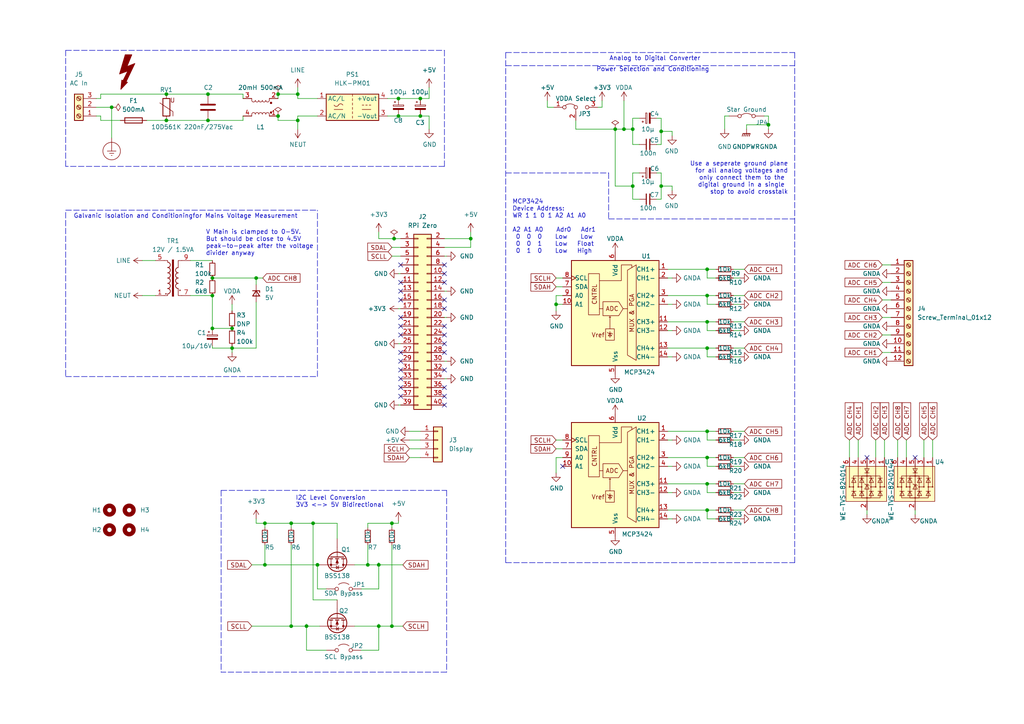
<source format=kicad_sch>
(kicad_sch (version 20211123) (generator eeschema)
  (paper "A4")
  (junction (at 61.595 95.25))
  (junction (at 205.105 147.955))
  (junction (at 84.455 151.765))
  (junction (at 67.31 95.25))
  (junction (at 191.77 38.1))
  (junction (at 76.835 151.765))
  (junction (at 109.855 181.61))
  (junction (at 48.26 34.925))
  (junction (at 61.595 85.725))
  (junction (at 60.325 27.305))
  (junction (at 74.295 80.645))
  (junction (at 205.105 100.965))
  (junction (at 80.645 33.655))
  (junction (at 86.36 34.925))
  (junction (at 205.105 132.715))
  (junction (at 183.515 37.465))
  (junction (at 121.92 33.655))
  (junction (at 67.31 100.965))
  (junction (at 80.645 27.305))
  (junction (at 178.435 37.465))
  (junction (at 109.855 163.83))
  (junction (at 113.665 151.765))
  (junction (at 32.385 31.115))
  (junction (at 48.26 27.305))
  (junction (at 114.3 69.215))
  (junction (at 86.36 27.305))
  (junction (at 61.595 80.645))
  (junction (at 90.805 151.765))
  (junction (at 205.105 93.345))
  (junction (at 191.77 53.975))
  (junction (at 88.9 181.61))
  (junction (at 106.68 163.83))
  (junction (at 205.105 78.105))
  (junction (at 60.325 34.925))
  (junction (at 180.975 37.465))
  (junction (at 92.075 163.83))
  (junction (at 183.515 53.975))
  (junction (at 84.455 181.61))
  (junction (at 113.665 181.61))
  (junction (at 115.57 33.655))
  (junction (at 205.105 125.095))
  (junction (at 222.885 36.195))
  (junction (at 161.29 88.265))
  (junction (at 205.105 140.335))
  (junction (at 205.105 85.725))
  (junction (at 121.92 28.575))
  (junction (at 136.525 69.215))
  (junction (at 115.57 28.575))
  (junction (at 76.835 163.83))
  (no_connect (at 116.205 86.995))
  (no_connect (at 116.205 109.855))
  (no_connect (at 116.205 112.395))
  (no_connect (at 116.205 114.935))
  (no_connect (at 128.905 112.395))
  (no_connect (at 128.905 114.935))
  (no_connect (at 128.905 117.475))
  (no_connect (at 116.205 92.075))
  (no_connect (at 116.205 81.915))
  (no_connect (at 128.905 79.375))
  (no_connect (at 128.905 81.915))
  (no_connect (at 128.905 76.835))
  (no_connect (at 128.905 89.535))
  (no_connect (at 128.905 86.995))
  (no_connect (at 128.905 97.155))
  (no_connect (at 128.905 94.615))
  (no_connect (at 116.205 102.235))
  (no_connect (at 116.205 104.775))
  (no_connect (at 116.205 76.835))
  (no_connect (at 116.205 107.315))
  (no_connect (at 128.905 107.315))
  (no_connect (at 128.905 102.235))
  (no_connect (at 128.905 99.695))
  (no_connect (at 116.205 94.615))
  (no_connect (at 163.195 135.255))
  (no_connect (at 265.43 132.715))
  (no_connect (at 251.46 132.715))
  (no_connect (at 116.205 97.155))
  (no_connect (at 116.205 84.455))
  (wire (pts (xy 212.725 93.345) (xy 215.9 93.345)))
  (wire (pts (xy 205.105 150.495) (xy 205.105 147.955)))
  (wire (pts (xy 121.92 33.655) (xy 124.46 33.655)))
  (wire (pts (xy 194.945 53.975) (xy 191.77 53.975)))
  (wire (pts (xy 211.455 33.655) (xy 210.185 33.655)))
  (wire (pts (xy 128.905 109.855) (xy 129.54 109.855)))
  (wire (pts (xy 216.535 36.195) (xy 222.885 36.195)))
  (polyline (pts (xy 230.505 163.195) (xy 230.505 15.24)))
  (wire (pts (xy 193.675 125.095) (xy 205.105 125.095)))
  (wire (pts (xy 94.615 188.595) (xy 88.9 188.595)))
  (wire (pts (xy 67.31 100.33) (xy 67.31 100.965)))
  (wire (pts (xy 115.57 151.765) (xy 113.665 151.765)))
  (polyline (pts (xy 49.53 48.26) (xy 128.905 48.26)))
  (wire (pts (xy 194.945 38.1) (xy 194.945 39.37)))
  (wire (pts (xy 193.675 147.955) (xy 205.105 147.955)))
  (wire (pts (xy 161.29 90.17) (xy 161.29 88.265)))
  (wire (pts (xy 193.675 103.505) (xy 194.945 103.505)))
  (wire (pts (xy 84.455 151.765) (xy 84.455 153.035)))
  (wire (pts (xy 106.68 158.115) (xy 106.68 163.83)))
  (wire (pts (xy 161.29 127.635) (xy 163.195 127.635)))
  (wire (pts (xy 210.185 33.655) (xy 210.185 37.465)))
  (wire (pts (xy 118.745 125.095) (xy 121.92 125.095)))
  (polyline (pts (xy 19.05 61.595) (xy 19.05 109.22)))
  (wire (pts (xy 191.77 34.29) (xy 190.5 34.29)))
  (wire (pts (xy 29.21 28.575) (xy 27.94 28.575)))
  (wire (pts (xy 74.295 80.645) (xy 74.295 82.55)))
  (wire (pts (xy 193.675 95.885) (xy 194.945 95.885)))
  (wire (pts (xy 88.9 181.61) (xy 88.9 180.975)))
  (wire (pts (xy 207.645 135.255) (xy 205.105 135.255)))
  (wire (pts (xy 27.94 31.115) (xy 32.385 31.115)))
  (wire (pts (xy 73.025 181.61) (xy 84.455 181.61)))
  (wire (pts (xy 212.725 100.965) (xy 215.9 100.965)))
  (wire (pts (xy 74.295 151.765) (xy 76.835 151.765)))
  (wire (pts (xy 118.745 132.715) (xy 121.92 132.715)))
  (wire (pts (xy 183.515 34.29) (xy 183.515 37.465)))
  (wire (pts (xy 86.36 25.4) (xy 86.36 27.305)))
  (wire (pts (xy 113.665 151.765) (xy 106.68 151.765)))
  (wire (pts (xy 80.645 33.655) (xy 80.645 34.925)))
  (wire (pts (xy 255.905 86.995) (xy 258.445 86.995)))
  (wire (pts (xy 113.665 181.61) (xy 116.84 181.61)))
  (wire (pts (xy 136.525 71.755) (xy 136.525 69.215)))
  (wire (pts (xy 55.245 75.565) (xy 61.595 75.565)))
  (polyline (pts (xy 176.53 63.5) (xy 230.505 63.5)))
  (wire (pts (xy 190.5 57.785) (xy 191.77 57.785)))
  (wire (pts (xy 67.31 88.265) (xy 67.31 90.17)))
  (wire (pts (xy 116.205 69.215) (xy 114.3 69.215)))
  (wire (pts (xy 265.43 147.955) (xy 265.43 149.225)))
  (wire (pts (xy 207.645 142.875) (xy 205.105 142.875)))
  (wire (pts (xy 92.075 170.815) (xy 92.075 163.83)))
  (wire (pts (xy 212.725 140.335) (xy 215.9 140.335)))
  (wire (pts (xy 109.855 188.595) (xy 109.855 181.61)))
  (wire (pts (xy 193.675 127.635) (xy 194.945 127.635)))
  (wire (pts (xy 113.665 151.765) (xy 113.665 153.035)))
  (wire (pts (xy 86.36 28.575) (xy 86.36 27.305)))
  (wire (pts (xy 183.515 41.91) (xy 185.42 41.91)))
  (wire (pts (xy 205.105 142.875) (xy 205.105 140.335)))
  (wire (pts (xy 205.105 88.265) (xy 205.105 85.725)))
  (wire (pts (xy 70.485 27.305) (xy 70.485 28.575)))
  (wire (pts (xy 86.36 37.465) (xy 86.36 34.925)))
  (wire (pts (xy 191.77 50.165) (xy 191.77 53.975)))
  (wire (pts (xy 255.905 92.075) (xy 258.445 92.075)))
  (wire (pts (xy 118.745 127.635) (xy 121.92 127.635)))
  (wire (pts (xy 193.675 88.265) (xy 194.945 88.265)))
  (wire (pts (xy 90.805 151.765) (xy 90.805 173.99)))
  (wire (pts (xy 48.26 34.925) (xy 60.325 34.925)))
  (wire (pts (xy 194.945 53.975) (xy 194.945 55.245)))
  (wire (pts (xy 167.005 37.465) (xy 178.435 37.465)))
  (polyline (pts (xy 19.05 48.26) (xy 19.05 14.605)))
  (wire (pts (xy 205.105 95.885) (xy 205.105 93.345)))
  (polyline (pts (xy 49.53 48.26) (xy 19.05 48.26)))
  (wire (pts (xy 48.26 27.305) (xy 60.325 27.305)))
  (wire (pts (xy 42.545 34.925) (xy 48.26 34.925)))
  (wire (pts (xy 191.77 53.975) (xy 191.77 57.785)))
  (wire (pts (xy 109.855 170.815) (xy 109.855 163.83)))
  (wire (pts (xy 124.46 33.655) (xy 124.46 37.465)))
  (wire (pts (xy 70.485 33.655) (xy 70.485 34.925)))
  (wire (pts (xy 118.745 130.175) (xy 121.92 130.175)))
  (wire (pts (xy 205.105 103.505) (xy 205.105 100.965)))
  (wire (pts (xy 212.725 135.255) (xy 214.63 135.255)))
  (wire (pts (xy 178.435 53.975) (xy 183.515 53.975)))
  (wire (pts (xy 136.525 67.31) (xy 136.525 69.215)))
  (wire (pts (xy 207.645 127.635) (xy 205.105 127.635)))
  (wire (pts (xy 76.835 151.765) (xy 84.455 151.765)))
  (wire (pts (xy 115.57 33.655) (xy 121.92 33.655)))
  (wire (pts (xy 248.92 127.635) (xy 248.92 132.715)))
  (wire (pts (xy 254 127.635) (xy 254 132.715)))
  (polyline (pts (xy 64.135 142.24) (xy 64.135 194.945)))
  (wire (pts (xy 205.105 85.725) (xy 207.645 85.725)))
  (wire (pts (xy 207.645 95.885) (xy 205.105 95.885)))
  (wire (pts (xy 246.38 127.635) (xy 246.38 132.715)))
  (wire (pts (xy 128.905 84.455) (xy 129.54 84.455)))
  (wire (pts (xy 212.725 85.725) (xy 215.9 85.725)))
  (wire (pts (xy 109.855 163.83) (xy 116.84 163.83)))
  (wire (pts (xy 104.775 188.595) (xy 109.855 188.595)))
  (wire (pts (xy 183.515 53.975) (xy 183.515 57.785)))
  (wire (pts (xy 216.535 37.465) (xy 216.535 36.195)))
  (wire (pts (xy 29.21 27.305) (xy 48.26 27.305)))
  (wire (pts (xy 205.105 132.715) (xy 193.675 132.715)))
  (wire (pts (xy 61.595 95.25) (xy 61.595 85.725)))
  (wire (pts (xy 193.675 100.965) (xy 205.105 100.965)))
  (wire (pts (xy 109.855 69.215) (xy 109.855 67.31)))
  (wire (pts (xy 92.075 28.575) (xy 86.36 28.575)))
  (wire (pts (xy 212.725 80.645) (xy 214.63 80.645)))
  (wire (pts (xy 116.205 79.375) (xy 115.57 79.375)))
  (wire (pts (xy 180.975 37.465) (xy 183.515 37.465)))
  (wire (pts (xy 97.79 151.765) (xy 97.79 156.21)))
  (wire (pts (xy 193.675 150.495) (xy 194.945 150.495)))
  (wire (pts (xy 221.615 33.655) (xy 222.885 33.655)))
  (wire (pts (xy 115.57 151.13) (xy 115.57 151.765)))
  (wire (pts (xy 76.835 158.115) (xy 76.835 163.83)))
  (wire (pts (xy 115.57 28.575) (xy 121.92 28.575)))
  (wire (pts (xy 88.9 181.61) (xy 92.71 181.61)))
  (wire (pts (xy 167.005 37.465) (xy 167.005 34.925)))
  (wire (pts (xy 76.835 151.765) (xy 76.835 153.035)))
  (wire (pts (xy 205.105 140.335) (xy 207.645 140.335)))
  (wire (pts (xy 193.675 78.105) (xy 205.105 78.105)))
  (wire (pts (xy 92.075 33.655) (xy 86.36 33.655)))
  (wire (pts (xy 86.36 33.655) (xy 86.36 34.925)))
  (wire (pts (xy 124.46 28.575) (xy 124.46 25.4)))
  (wire (pts (xy 255.905 81.915) (xy 258.445 81.915)))
  (polyline (pts (xy 146.685 15.24) (xy 146.685 163.195)))
  (wire (pts (xy 80.645 27.305) (xy 80.645 28.575)))
  (wire (pts (xy 60.325 34.925) (xy 70.485 34.925)))
  (wire (pts (xy 41.275 75.565) (xy 45.085 75.565)))
  (wire (pts (xy 207.645 103.505) (xy 205.105 103.505)))
  (wire (pts (xy 67.31 100.965) (xy 61.595 100.965)))
  (wire (pts (xy 74.295 150.495) (xy 74.295 151.765)))
  (polyline (pts (xy 19.05 14.605) (xy 128.905 14.605)))
  (wire (pts (xy 222.885 37.465) (xy 222.885 36.195)))
  (wire (pts (xy 205.105 125.095) (xy 207.645 125.095)))
  (wire (pts (xy 29.21 33.655) (xy 27.94 33.655)))
  (wire (pts (xy 212.725 150.495) (xy 214.63 150.495)))
  (wire (pts (xy 115.57 99.695) (xy 116.205 99.695)))
  (wire (pts (xy 163.195 132.715) (xy 161.29 132.715)))
  (wire (pts (xy 267.97 127.635) (xy 267.97 132.715)))
  (wire (pts (xy 207.645 88.265) (xy 205.105 88.265)))
  (wire (pts (xy 212.725 125.095) (xy 215.9 125.095)))
  (polyline (pts (xy 129.54 194.945) (xy 64.135 194.945)))
  (wire (pts (xy 60.325 27.305) (xy 70.485 27.305)))
  (wire (pts (xy 205.105 147.955) (xy 207.645 147.955)))
  (wire (pts (xy 190.5 41.91) (xy 191.77 41.91)))
  (wire (pts (xy 161.29 80.645) (xy 163.195 80.645)))
  (polyline (pts (xy 92.075 109.22) (xy 92.075 60.96)))
  (wire (pts (xy 205.105 132.715) (xy 207.645 132.715)))
  (wire (pts (xy 212.725 132.715) (xy 215.9 132.715)))
  (wire (pts (xy 207.645 150.495) (xy 205.105 150.495)))
  (polyline (pts (xy 129.54 142.24) (xy 129.54 194.945)))
  (wire (pts (xy 212.725 127.635) (xy 214.63 127.635)))
  (wire (pts (xy 128.905 104.775) (xy 129.54 104.775)))
  (wire (pts (xy 178.435 37.465) (xy 180.975 37.465)))
  (wire (pts (xy 158.75 31.115) (xy 158.75 29.21)))
  (wire (pts (xy 260.35 127.635) (xy 260.35 132.715)))
  (wire (pts (xy 80.645 34.925) (xy 86.36 34.925)))
  (wire (pts (xy 74.295 87.63) (xy 74.295 100.965)))
  (wire (pts (xy 207.645 80.645) (xy 205.105 80.645)))
  (wire (pts (xy 185.42 50.165) (xy 183.515 50.165)))
  (wire (pts (xy 212.725 95.885) (xy 214.63 95.885)))
  (wire (pts (xy 102.87 163.83) (xy 106.68 163.83)))
  (wire (pts (xy 193.675 142.875) (xy 194.945 142.875)))
  (wire (pts (xy 129.54 74.295) (xy 128.905 74.295)))
  (wire (pts (xy 34.925 34.925) (xy 29.21 34.925)))
  (wire (pts (xy 109.855 181.61) (xy 109.855 180.975)))
  (wire (pts (xy 255.905 97.155) (xy 258.445 97.155)))
  (wire (pts (xy 212.725 78.105) (xy 215.9 78.105)))
  (polyline (pts (xy 19.05 109.22) (xy 92.075 109.22)))
  (wire (pts (xy 205.105 93.345) (xy 207.645 93.345)))
  (wire (pts (xy 115.57 117.475) (xy 116.205 117.475)))
  (wire (pts (xy 212.725 88.265) (xy 214.63 88.265)))
  (wire (pts (xy 104.775 170.815) (xy 109.855 170.815)))
  (wire (pts (xy 161.29 130.175) (xy 163.195 130.175)))
  (polyline (pts (xy 146.685 50.165) (xy 176.53 50.165)))
  (wire (pts (xy 88.9 188.595) (xy 88.9 181.61)))
  (polyline (pts (xy 146.685 163.195) (xy 230.505 163.195)))
  (wire (pts (xy 205.105 85.725) (xy 193.675 85.725)))
  (wire (pts (xy 121.92 28.575) (xy 124.46 28.575)))
  (wire (pts (xy 256.54 127.635) (xy 256.54 132.715)))
  (wire (pts (xy 183.515 37.465) (xy 183.515 41.91)))
  (wire (pts (xy 55.245 85.725) (xy 61.595 85.725)))
  (wire (pts (xy 255.905 76.835) (xy 258.445 76.835)))
  (wire (pts (xy 185.42 34.29) (xy 183.515 34.29)))
  (wire (pts (xy 191.77 38.1) (xy 191.77 41.91)))
  (wire (pts (xy 84.455 151.765) (xy 90.805 151.765)))
  (wire (pts (xy 161.29 83.185) (xy 163.195 83.185)))
  (wire (pts (xy 178.435 53.975) (xy 178.435 37.465)))
  (wire (pts (xy 115.57 89.535) (xy 116.205 89.535)))
  (wire (pts (xy 161.29 132.715) (xy 161.29 137.16)))
  (wire (pts (xy 194.945 38.1) (xy 191.77 38.1)))
  (wire (pts (xy 205.105 127.635) (xy 205.105 125.095)))
  (wire (pts (xy 84.455 158.115) (xy 84.455 181.61)))
  (wire (pts (xy 84.455 181.61) (xy 88.9 181.61)))
  (wire (pts (xy 67.31 100.965) (xy 74.295 100.965)))
  (wire (pts (xy 73.025 163.83) (xy 76.835 163.83)))
  (wire (pts (xy 205.105 135.255) (xy 205.105 132.715)))
  (wire (pts (xy 114.3 69.215) (xy 109.855 69.215)))
  (wire (pts (xy 222.885 36.195) (xy 222.885 33.655)))
  (wire (pts (xy 193.675 93.345) (xy 205.105 93.345)))
  (wire (pts (xy 180.975 29.21) (xy 180.975 37.465)))
  (wire (pts (xy 113.665 158.115) (xy 113.665 181.61)))
  (wire (pts (xy 76.835 163.83) (xy 92.075 163.83)))
  (wire (pts (xy 67.31 95.25) (xy 61.595 95.25)))
  (wire (pts (xy 29.21 34.925) (xy 29.21 33.655)))
  (wire (pts (xy 158.75 31.115) (xy 160.655 31.115)))
  (wire (pts (xy 212.725 147.955) (xy 215.9 147.955)))
  (wire (pts (xy 161.29 88.265) (xy 161.29 85.725)))
  (wire (pts (xy 191.77 34.29) (xy 191.77 38.1)))
  (wire (pts (xy 112.395 28.575) (xy 115.57 28.575)))
  (wire (pts (xy 161.29 85.725) (xy 163.195 85.725)))
  (wire (pts (xy 262.89 127.635) (xy 262.89 132.715)))
  (wire (pts (xy 128.905 71.755) (xy 136.525 71.755)))
  (wire (pts (xy 102.87 181.61) (xy 109.855 181.61)))
  (wire (pts (xy 255.905 102.235) (xy 258.445 102.235)))
  (wire (pts (xy 92.075 170.815) (xy 94.615 170.815)))
  (wire (pts (xy 109.855 181.61) (xy 113.665 181.61)))
  (polyline (pts (xy 146.685 15.24) (xy 230.505 15.24)))
  (wire (pts (xy 90.805 151.765) (xy 97.79 151.765)))
  (wire (pts (xy 80.645 27.305) (xy 86.36 27.305)))
  (polyline (pts (xy 146.685 19.05) (xy 230.505 19.05)))
  (wire (pts (xy 183.515 57.785) (xy 185.42 57.785)))
  (polyline (pts (xy 128.905 14.605) (xy 128.905 48.26)))
  (wire (pts (xy 191.77 50.165) (xy 190.5 50.165)))
  (polyline (pts (xy 64.135 142.24) (xy 129.54 142.24)))
  (wire (pts (xy 109.855 163.195) (xy 109.855 163.83)))
  (wire (pts (xy 113.665 71.755) (xy 116.205 71.755)))
  (wire (pts (xy 183.515 50.165) (xy 183.515 53.975)))
  (wire (pts (xy 174.625 31.115) (xy 174.625 29.21)))
  (wire (pts (xy 128.905 69.215) (xy 136.525 69.215)))
  (wire (pts (xy 173.355 31.115) (xy 174.625 31.115)))
  (wire (pts (xy 128.905 92.075) (xy 129.54 92.075)))
  (polyline (pts (xy 19.05 60.96) (xy 92.075 60.96)))
  (polyline (pts (xy 176.53 50.165) (xy 176.53 63.5)))
  (wire (pts (xy 61.595 100.965) (xy 61.595 100.33)))
  (wire (pts (xy 74.295 80.645) (xy 76.2 80.645)))
  (wire (pts (xy 92.075 163.83) (xy 92.71 163.83)))
  (wire (pts (xy 61.595 80.645) (xy 74.295 80.645)))
  (wire (pts (xy 193.675 135.255) (xy 194.945 135.255)))
  (wire (pts (xy 106.68 151.765) (xy 106.68 153.035)))
  (wire (pts (xy 29.21 27.305) (xy 29.21 28.575)))
  (wire (pts (xy 97.79 173.99) (xy 90.805 173.99)))
  (wire (pts (xy 106.68 163.83) (xy 109.855 163.83)))
  (wire (pts (xy 205.105 78.105) (xy 207.645 78.105)))
  (wire (pts (xy 193.675 80.645) (xy 194.945 80.645)))
  (wire (pts (xy 193.675 140.335) (xy 205.105 140.335)))
  (wire (pts (xy 67.31 100.965) (xy 67.31 102.235)))
  (wire (pts (xy 112.395 33.655) (xy 115.57 33.655)))
  (wire (pts (xy 32.385 31.115) (xy 32.385 40.005)))
  (wire (pts (xy 205.105 80.645) (xy 205.105 78.105)))
  (wire (pts (xy 161.29 88.265) (xy 163.195 88.265)))
  (wire (pts (xy 270.51 127.635) (xy 270.51 132.715)))
  (wire (pts (xy 41.275 85.725) (xy 45.085 85.725)))
  (wire (pts (xy 113.665 74.295) (xy 116.205 74.295)))
  (wire (pts (xy 205.105 100.965) (xy 207.645 100.965)))
  (wire (pts (xy 212.725 103.505) (xy 214.63 103.505)))
  (wire (pts (xy 212.725 142.875) (xy 214.63 142.875)))
  (wire (pts (xy 251.46 147.955) (xy 251.46 149.225)))
  (text "Use a seperate ground plane\nfor all analog voltages and\nonly connect them to the \ndigital ground in a single \nstop to avoid crosstalk" (at 228.6 56.515 0) (effects (font (size 1.27 1.27)) (justify right bottom)))
  (text "MCP3424\nDevice Address:\nWR 1 1 0 1 A2 A1 A0\n\nA2 A1 A0    Adr0   Adr1\n 0  0  0    Low    Low\n 0  0  1    Low   Float\n 0  1  0    Low   High" (at 148.59 73.66 0) (effects (font (size 1.27 1.27)) (justify left bottom)))
  (text "Galvanic Isolation and Conditioningfor Mains Voltage Measurement" (at 86.36 63.5 0) (effects (font (size 1.27 1.27)) (justify right bottom)))
  (text "V Main is clamped to 0-5V.\nBut should be close to 4.5V\npeak-to-peak after the voltage\ndivider anyway" (at 59.69 74.295 0) (effects (font (size 1.27 1.27)) (justify left bottom)))
  (text "Power Selection and Conditioning" (at 205.74 20.955 180) (effects (font (size 1.27 1.27)) (justify right bottom)))
  (text "Analog to Digital Converter" (at 203.2 17.78 180) (effects (font (size 1.27 1.27)) (justify right bottom)))
  (text "I2C Level Conversion\n3V3 <-> 5V Bidirectional" (at 85.725 147.32 0) (effects (font (size 1.27 1.27)) (justify left bottom)))
  (global_label "ADC CH3" (shape input) (at 215.9 93.345 0) (property "Intersheet References" "${INTERSHEET_REFS}" (effects hide)))
  (global_label "ADC CH3" (shape input) (at 255.905 92.075 180) (property "Intersheet References" "${INTERSHEET_REFS}" (effects hide)))
  (global_label "SCLL" (shape input) (at 73.025 181.61 180) (property "Intersheet References" "${INTERSHEET_REFS}" (effects hide)))
  (global_label "ADC CH7" (shape input) (at 262.89 127.635 90) (property "Intersheet References" "${INTERSHEET_REFS}" (effects hide)))
  (global_label "ADC CH1" (shape input) (at 255.905 102.235 180) (property "Intersheet References" "${INTERSHEET_REFS}" (effects hide)))
  (global_label "ADC CH4" (shape input) (at 255.905 86.995 180) (property "Intersheet References" "${INTERSHEET_REFS}" (effects hide)))
  (global_label "ADC CH8" (shape input) (at 76.2 80.645 0) (property "Intersheet References" "${INTERSHEET_REFS}" (effects hide)))
  (global_label "ADC CH4" (shape input) (at 215.9 100.965 0) (property "Intersheet References" "${INTERSHEET_REFS}" (effects hide)))
  (global_label "ADC CH1" (shape input) (at 248.92 127.635 90) (property "Intersheet References" "${INTERSHEET_REFS}" (effects hide)))
  (global_label "SDAH" (shape input) (at 118.745 132.715 180) (property "Intersheet References" "${INTERSHEET_REFS}" (effects hide)))
  (global_label "SCLH" (shape input) (at 161.29 80.645 180) (property "Intersheet References" "${INTERSHEET_REFS}" (effects hide)))
  (global_label "ADC CH5" (shape input) (at 255.905 81.915 180) (property "Intersheet References" "${INTERSHEET_REFS}" (effects hide)))
  (global_label "ADC CH5" (shape input) (at 215.9 125.095 0) (property "Intersheet References" "${INTERSHEET_REFS}" (effects hide)))
  (global_label "ADC CH8" (shape input) (at 215.9 147.955 0) (property "Intersheet References" "${INTERSHEET_REFS}" (effects hide)))
  (global_label "SCLH" (shape input) (at 116.84 181.61 0) (property "Intersheet References" "${INTERSHEET_REFS}" (effects hide)))
  (global_label "SDAH" (shape input) (at 116.84 163.83 0) (property "Intersheet References" "${INTERSHEET_REFS}" (effects hide)))
  (global_label "SDAL" (shape input) (at 113.665 71.755 180) (property "Intersheet References" "${INTERSHEET_REFS}" (effects hide)))
  (global_label "ADC CH8" (shape input) (at 260.35 127.635 90) (property "Intersheet References" "${INTERSHEET_REFS}" (effects hide)))
  (global_label "ADC CH3" (shape input) (at 256.54 127.635 90) (property "Intersheet References" "${INTERSHEET_REFS}" (effects hide)))
  (global_label "ADC CH5" (shape input) (at 267.97 127.635 90) (property "Intersheet References" "${INTERSHEET_REFS}" (effects hide)))
  (global_label "ADC CH6" (shape input) (at 255.905 76.835 180) (property "Intersheet References" "${INTERSHEET_REFS}" (effects hide)))
  (global_label "SCLL" (shape input) (at 113.665 74.295 180) (property "Intersheet References" "${INTERSHEET_REFS}" (effects hide)))
  (global_label "SCLH" (shape input) (at 118.745 130.175 180) (property "Intersheet References" "${INTERSHEET_REFS}" (effects hide)))
  (global_label "ADC CH6" (shape input) (at 215.9 132.715 0) (property "Intersheet References" "${INTERSHEET_REFS}" (effects hide)))
  (global_label "ADC CH4" (shape input) (at 246.38 127.635 90) (property "Intersheet References" "${INTERSHEET_REFS}" (effects hide)))
  (global_label "SCLH" (shape input) (at 161.29 127.635 180) (property "Intersheet References" "${INTERSHEET_REFS}" (effects hide)))
  (global_label "ADC CH2" (shape input) (at 255.905 97.155 180) (property "Intersheet References" "${INTERSHEET_REFS}" (effects hide)))
  (global_label "ADC CH7" (shape input) (at 215.9 140.335 0) (property "Intersheet References" "${INTERSHEET_REFS}" (effects hide)))
  (global_label "ADC CH1" (shape input) (at 215.9 78.105 0) (property "Intersheet References" "${INTERSHEET_REFS}" (effects hide)))
  (global_label "SDAH" (shape input) (at 161.29 130.175 180) (property "Intersheet References" "${INTERSHEET_REFS}" (effects hide)))
  (global_label "ADC CH2" (shape input) (at 215.9 85.725 0) (property "Intersheet References" "${INTERSHEET_REFS}" (effects hide)))
  (global_label "ADC CH6" (shape input) (at 270.51 127.635 90) (property "Intersheet References" "${INTERSHEET_REFS}" (effects hide)))
  (global_label "SDAL" (shape input) (at 73.025 163.83 180) (property "Intersheet References" "${INTERSHEET_REFS}" (effects hide)))
  (global_label "SDAH" (shape input) (at 161.29 83.185 180) (property "Intersheet References" "${INTERSHEET_REFS}" (effects hide)))
  (global_label "ADC CH2" (shape input) (at 254 127.635 90) (property "Intersheet References" "${INTERSHEET_REFS}" (effects hide)))
  (symbol (lib_id "power:GND") (at 194.945 39.37 0) (mirror y) (unit 1)
    (property "Reference" "#PWR034" (effects hide))
    (property "Value" "GND" (at 196.85 43.815 0) (effects (justify left)))
  )
  (symbol (lib_id "power:GNDA") (at 214.63 150.495 90) (unit 1)
    (property "Reference" "#PWR052" (effects hide))
    (property "Value" "GNDA" (at 218.44 150.4949 90) (effects (justify right)))
  )
  (symbol (lib_id "Device:R_Small") (at 210.185 147.955 90) (unit 1)
    (property "Reference" "R23" (at 213.36 149.225 90))
    (property "Value" "10k" (at 210.185 147.955 90))
    (property "Footprint" "Resistor_SMD:R_0603_1608Metric_Pad0.98x0.95mm_HandSolder" (effects hide))
  )
  (symbol (lib_id "Jumper:Jumper_2_Bridged") (at 216.535 33.655 0) (unit 1)
    (property "Reference" "JP4" (at 220.98 35.56 0))
    (property "Value" "Star Ground" (at 216.535 31.75 0))
    (property "Footprint" "Jumper:SolderJumper-2_P1.3mm_Bridged2Bar_RoundedPad1.0x1.5mm" (effects hide))
  )
  (symbol (lib_id "Power_Protection:WE-TVS-824014") (at 251.46 140.335 90) (unit 1)
    (property "Reference" "U3" (at 256.54 133.985 90) (effects (justify right)))
    (property "Value" "WE-TVS-824014" (at 244.475 134.62 0) (effects (justify right)))
    (property "Footprint" "Package_TO_SOT_SMD:SOT-23-6" (effects hide))
    (property "Datasheet" "https://asset.conrad.com/media10/add/160267/c1/-/en/001680500DS01/datenblatt-1680500-wuerth-elektronik-tvs-diode-we-tvs-824014-sot-23-6l-6-v.pdf" (effects hide))
    (property "Conrad" "1680500" (effects hide))
  )
  (symbol (lib_id "power:GNDA") (at 251.46 149.225 0) (unit 1)
    (property "Reference" "#PWR055" (effects hide))
    (property "Value" "GNDA" (at 252.73 151.13 0) (effects (justify left)))
  )
  (symbol (lib_id "Mechanical:MountingHole") (at 31.75 147.955 0) (unit 1)
    (property "Reference" "H1" (at 26.67 147.955 0) (effects (justify left)))
    (property "Value" "MountingHole" (effects hide))
    (property "Footprint" "MountingHole:MountingHole_2.7mm_M2.5_DIN965" (effects hide))
  )
  (symbol (lib_id "power:GNDA") (at 214.63 142.875 90) (unit 1)
    (property "Reference" "#PWR051" (effects hide))
    (property "Value" "GNDA" (at 218.44 142.8749 90) (effects (justify right)))
  )
  (symbol (lib_id "power:+3.3V") (at 109.855 67.31 0) (unit 1)
    (property "Reference" "#PWR09" (effects hide))
    (property "Value" "+3.3V" (at 109.855 62.23 0))
  )
  (symbol (lib_id "Transformer:TEZ1.5-D-1") (at 50.165 80.645 0) (mirror x) (unit 1)
    (property "Reference" "TR1" (at 50.2031 69.85 0))
    (property "Value" "12V / 1.5VA" (at 50.2031 72.39 0))
    (property "Footprint" "EnergyMonitor:BV EL 30" (effects hide))
    (property "Datasheet" "http://www.breve.pl/pdf/ANG/TEZ_ang.pdf" (effects hide))
  )
  (symbol (lib_id "Connector:Screw_Terminal_01x03") (at 22.86 31.115 180) (unit 1)
    (property "Reference" "J5" (at 22.86 21.59 0))
    (property "Value" "AC In" (at 22.86 24.13 0))
    (property "Footprint" "TerminalBlock_MetzConnect:TerminalBlock_MetzConnect_Type175_RT02703HBLC_1x03_P7.50mm_Horizontal" (effects hide))
  )
  (symbol (lib_id "Device:R_Small") (at 210.185 127.635 90) (unit 1)
    (property "Reference" "R18" (at 213.36 128.905 90))
    (property "Value" "6k8" (at 210.185 127.635 90))
    (property "Footprint" "Resistor_SMD:R_0603_1608Metric_Pad0.98x0.95mm_HandSolder" (effects hide))
  )
  (symbol (lib_id "Device:C_Polarized_Small") (at 187.96 34.29 90) (unit 1)
    (property "Reference" "C4" (at 189.865 33.02 90))
    (property "Value" "10µ" (at 187.96 37.465 90))
    (property "Footprint" "Capacitor_Tantalum_SMD:CP_EIA-3216-18_Kemet-A_Pad1.58x1.35mm_HandSolder" (effects hide))
  )
  (symbol (lib_name "BSS138_1") (lib_id "Transistor_FET:BSS138") (at 97.79 161.29 270) (unit 1)
    (property "Reference" "Q1" (at 100.33 159.385 90))
    (property "Value" "BSS138" (at 97.79 167.005 90))
    (property "Footprint" "Package_TO_SOT_SMD:SOT-23" (effects hide))
    (property "Datasheet" "https://www.onsemi.com/pub/Collateral/BSS138-D.PDF" (effects hide))
  )
  (symbol (lib_id "Device:C_Polarized_Small") (at 115.57 31.115 0) (unit 1)
    (property "Reference" "C8" (at 116.84 34.925 0) (effects (justify right)))
    (property "Value" "100µ" (at 118.11 26.67 0) (effects (justify right)))
    (property "Footprint" "Capacitor_SMD:CP_Elec_5x5.4" (effects hide))
  )
  (symbol (lib_id "Device:C_Polarized_Small") (at 121.92 31.115 0) (unit 1)
    (property "Reference" "C3" (at 123.19 35.56 0) (effects (justify right)))
    (property "Value" "100µ" (at 124.46 26.67 0) (effects (justify right)))
    (property "Footprint" "Capacitor_SMD:CP_Elec_5x5.4" (effects hide))
  )
  (symbol (lib_id "power:GNDA") (at 214.63 103.505 90) (unit 1)
    (property "Reference" "#PWR048" (effects hide))
    (property "Value" "GNDA" (at 218.44 103.5049 90) (effects (justify right)))
  )
  (symbol (lib_id "Mechanical:MountingHole") (at 37.465 153.67 0) (unit 1)
    (property "Reference" "H4" (at 40.64 153.6699 0) (effects (justify left)))
    (property "Value" "MountingHole" (effects hide))
    (property "Footprint" "MountingHole:MountingHole_2.7mm_M2.5_DIN965" (effects hide))
  )
  (symbol (lib_id "Jumper:Jumper_3_Bridged12") (at 167.005 31.115 0) (unit 1)
    (property "Reference" "JP3" (at 169.545 33.02 0))
    (property "Value" "VDDA Select" (at 167.005 28.575 0))
    (property "Footprint" "Jumper:SolderJumper-3_P1.3mm_Bridged12_RoundedPad1.0x1.5mm" (effects hide))
  )
  (symbol (lib_id "Connector:Screw_Terminal_01x12") (at 263.525 89.535 0) (unit 1)
    (property "Reference" "J4" (at 266.065 89.5349 0) (effects (justify left)))
    (property "Value" "Screw_Terminal_01x12" (at 266.065 92.0749 0) (effects (justify left)))
    (property "Footprint" "TerminalBlock_Phoenix:TerminalBlock_Phoenix_PT-1,5-12-5.0-H_1x12_P5.00mm_Horizontal" (effects hide))
    (property "Conrad" "732088 - 62" (effects hide))
  )
  (symbol (lib_id "Jumper:Jumper_2_Open") (at 99.695 170.815 0) (unit 1)
    (property "Reference" "JP1" (at 104.14 169.545 0))
    (property "Value" "SDA Bypass" (at 99.695 172.085 0))
    (property "Footprint" "Jumper:SolderJumper-2_P1.3mm_Open_RoundedPad1.0x1.5mm" (effects hide))
  )
  (symbol (lib_id "Device:C") (at 60.325 31.115 0) (unit 1)
    (property "Reference" "C2" (at 59.055 25.4 0) (effects (justify left)))
    (property "Value" "220nF/275Vac" (at 53.34 36.83 0) (effects (justify left)))
    (property "Footprint" "Capacitor_THT:C_Rect_L13.0mm_W6.0mm_P10.00mm_FKS3_FKP3_MKS4" (effects hide))
  )
  (symbol (lib_id "Converter_ACDC:HLK-PM01") (at 102.235 31.115 0) (unit 1)
    (property "Reference" "PS1" (at 102.235 21.59 0))
    (property "Value" "HLK-PM01" (at 102.235 24.13 0))
    (property "Footprint" "Converter_ACDC:Converter_ACDC_HiLink_HLK-PMxx" (effects hide))
    (property "Datasheet" "http://www.hlktech.net/product_detail.php?ProId=54" (effects hide))
  )
  (symbol (lib_id "power:GNDA") (at 258.445 94.615 270) (unit 1)
    (property "Reference" "#PWR059" (effects hide))
    (property "Value" "GNDA" (at 250.19 94.615 90) (effects (justify left)))
  )
  (symbol (lib_id "Device:C_Small") (at 187.96 41.91 90) (mirror x) (unit 1)
    (property "Reference" "C5" (at 191.135 40.64 90) (effects (justify left)))
    (property "Value" "100n" (at 190.5 44.45 90) (effects (justify left)))
    (property "Footprint" "Capacitor_SMD:C_0603_1608Metric_Pad1.08x0.95mm_HandSolder" (effects hide))
  )
  (symbol (lib_id "power:PWR_FLAG") (at 114.3 69.215 0) (unit 1)
    (property "Reference" "#FLG0103" (effects hide))
    (property "Value" "PWR_FLAG" (effects hide))
  )
  (symbol (lib_id "power:GNDA") (at 258.445 79.375 270) (unit 1)
    (property "Reference" "#PWR056" (effects hide))
    (property "Value" "GNDA" (at 250.19 79.375 90) (effects (justify left)))
  )
  (symbol (lib_id "Device:R_Small") (at 210.185 80.645 90) (unit 1)
    (property "Reference" "R10" (at 213.36 81.915 90))
    (property "Value" "6k8" (at 210.185 80.645 90))
    (property "Footprint" "Resistor_SMD:R_0603_1608Metric_Pad0.98x0.95mm_HandSolder" (effects hide))
  )
  (symbol (lib_id "Device:Fuse") (at 38.735 34.925 90) (unit 1)
    (property "Reference" "F1" (at 38.735 29.21 90))
    (property "Value" "500mA" (at 38.735 31.75 90))
    (property "Footprint" "Fuse:Fuseholder_Cylinder-5x20mm_Schurter_0031_8201_Horizontal_Open" (effects hide))
    (property "Conrad" "533467" (effects hide))
  )
  (symbol (lib_id "power:+3.3V") (at 74.295 150.495 0) (unit 1)
    (property "Reference" "#PWR06" (effects hide))
    (property "Value" "+3.3V" (at 74.295 145.415 0))
  )
  (symbol (lib_id "Device:L_Coupled_1423") (at 75.565 31.115 180) (unit 1)
    (property "Reference" "L1" (at 75.565 36.83 0))
    (property "Value" "20mH 500mA" (at 75.565 25.4 0))
    (property "Footprint" "EnergyMonitor:UU9.8" (effects hide))
  )
  (symbol (lib_id "power:+5V") (at 118.745 127.635 90) (unit 1)
    (property "Reference" "#PWR016" (effects hide))
    (property "Value" "+5V" (at 111.76 127.635 90) (effects (justify right)))
  )
  (symbol (lib_id "power:GND") (at 161.29 90.17 0) (unit 1)
    (property "Reference" "#PWR026" (effects hide))
    (property "Value" "GND" (at 159.385 94.615 0) (effects (justify left)))
  )
  (symbol (lib_id "power:GNDA") (at 258.445 84.455 270) (unit 1)
    (property "Reference" "#PWR057" (effects hide))
    (property "Value" "GNDA" (at 250.19 84.455 90) (effects (justify left)))
  )
  (symbol (lib_id "power:+3.3V") (at 174.625 29.21 0) (unit 1)
    (property "Reference" "#PWR028" (effects hide))
    (property "Value" "+3.3V" (at 174.625 25.4 0))
  )
  (symbol (lib_id "power:GND") (at 115.57 79.375 270) (unit 1)
    (property "Reference" "#PWR010" (effects hide))
    (property "Value" "GND" (at 110.49 79.375 90))
  )
  (symbol (lib_id "Device:R_Small") (at 113.665 155.575 0) (unit 1)
    (property "Reference" "R8" (at 113.665 158.75 0) (effects (justify left)))
    (property "Value" "10k" (at 113.665 157.48 90) (effects (justify left)))
    (property "Footprint" "Resistor_SMD:R_0603_1608Metric_Pad0.98x0.95mm_HandSolder" (effects hide))
  )
  (symbol (lib_id "Device:C_Small") (at 187.96 57.785 90) (mirror x) (unit 1)
    (property "Reference" "C7" (at 191.135 56.515 90) (effects (justify left)))
    (property "Value" "100n" (at 190.5 60.325 90) (effects (justify left)))
    (property "Footprint" "Capacitor_SMD:C_0603_1608Metric_Pad1.08x0.95mm_HandSolder" (effects hide))
  )
  (symbol (lib_id "Device:C_Polarized_Small") (at 61.595 97.79 0) (unit 1)
    (property "Reference" "C1" (at 57.15 96.52 0) (effects (justify left)))
    (property "Value" "10µ/16V" (at 52.705 100.33 0) (effects (justify left)))
    (property "Footprint" "Capacitor_Tantalum_SMD:CP_EIA-3216-18_Kemet-A_Pad1.58x1.35mm_HandSolder" (effects hide))
    (property "Conrad" "458306 - 62" (effects hide))
  )
  (symbol (lib_id "Device:R_Small") (at 210.185 125.095 90) (unit 1)
    (property "Reference" "R17" (at 213.36 126.365 90))
    (property "Value" "10k" (at 210.185 125.095 90))
    (property "Footprint" "Resistor_SMD:R_0603_1608Metric_Pad0.98x0.95mm_HandSolder" (effects hide))
  )
  (symbol (lib_id "power:PWR_FLAG") (at 32.385 31.115 270) (unit 1)
    (property "Reference" "#FLG0105" (effects hide))
    (property "Value" "PWR_FLAG" (effects hide))
  )
  (symbol (lib_id "Device:R_Small") (at 210.185 140.335 90) (unit 1)
    (property "Reference" "R21" (at 213.36 141.605 90))
    (property "Value" "10k" (at 210.185 140.335 90))
    (property "Footprint" "Resistor_SMD:R_0603_1608Metric_Pad0.98x0.95mm_HandSolder" (effects hide))
  )
  (symbol (lib_id "power:GND") (at 129.54 84.455 90) (unit 1)
    (property "Reference" "#PWR020" (effects hide))
    (property "Value" "GND" (at 133.35 84.4549 90) (effects (justify right)))
  )
  (symbol (lib_id "Device:R_Small") (at 61.595 78.105 0) (unit 1)
    (property "Reference" "R1" (at 56.515 76.835 0) (effects (justify left)))
    (property "Value" "100k" (at 56.515 79.375 0) (effects (justify left)))
    (property "Footprint" "Resistor_SMD:R_1206_3216Metric_Pad1.30x1.75mm_HandSolder" (effects hide))
  )
  (symbol (lib_id "power:GNDA") (at 214.63 95.885 90) (unit 1)
    (property "Reference" "#PWR047" (effects hide))
    (property "Value" "GNDA" (at 218.44 95.8849 90) (effects (justify right)))
  )
  (symbol (lib_id "power:GNDA") (at 194.945 88.265 90) (unit 1)
    (property "Reference" "#PWR037" (effects hide))
    (property "Value" "GNDA" (at 198.12 88.2649 90) (effects (justify right)))
  )
  (symbol (lib_id "Connector_Generic:Conn_01x04") (at 127 127.635 0) (unit 1)
    (property "Reference" "J3" (at 130.175 127.6349 0) (effects (justify left)))
    (property "Value" "Display" (at 130.175 130.1749 0) (effects (justify left)))
    (property "Footprint" "Connector_JST:JST_XH_B4B-XH-AM_1x04_P2.50mm_Vertical" (effects hide))
  )
  (symbol (lib_id "power:Earth_Protective") (at 32.385 40.005 0) (mirror y) (unit 1)
    (property "Reference" "#PWR03" (effects hide))
    (property "Value" "Earth_Protective" (effects hide))
  )
  (symbol (lib_id "power:GNDA") (at 67.31 102.235 0) (unit 1)
    (property "Reference" "#PWR0102" (effects hide))
    (property "Value" "GNDA" (at 67.31 107.315 0))
  )
  (symbol (lib_id "Analog_ADC:MCP3424") (at 178.435 83.185 0) (mirror y) (unit 1)
    (property "Reference" "U1" (at 186.055 74.295 0) (effects (justify right)))
    (property "Value" "MCP3424" (at 180.975 107.95 0) (effects (justify right)))
    (property "Footprint" "Package_SO:SO-14_3.9x8.65mm_P1.27mm" (effects hide))
    (property "Datasheet" "http://ww1.microchip.com/downloads/en/DeviceDoc/22088c.pdf" (effects hide))
  )
  (symbol (lib_id "power:GNDA") (at 265.43 149.225 0) (unit 1)
    (property "Reference" "#PWR063" (effects hide))
    (property "Value" "GNDA" (at 266.7 151.13 0) (effects (justify left)))
  )
  (symbol (lib_id "Device:R_Small") (at 210.185 135.255 90) (unit 1)
    (property "Reference" "R20" (at 213.36 136.525 90))
    (property "Value" "6k8" (at 210.185 135.255 90))
    (property "Footprint" "Resistor_SMD:R_0603_1608Metric_Pad0.98x0.95mm_HandSolder" (effects hide))
  )
  (symbol (lib_id "power:GNDA") (at 194.945 127.635 90) (unit 1)
    (property "Reference" "#PWR040" (effects hide))
    (property "Value" "GNDA" (at 198.12 127.6349 90) (effects (justify right)))
  )
  (symbol (lib_id "Device:R_Small") (at 61.595 83.185 0) (unit 1)
    (property "Reference" "R2" (at 56.515 81.915 0) (effects (justify left)))
    (property "Value" "6k8" (at 56.515 84.455 0) (effects (justify left)))
    (property "Footprint" "Resistor_SMD:R_1206_3216Metric_Pad1.30x1.75mm_HandSolder" (effects hide))
  )
  (symbol (lib_id "power:GND") (at 194.945 55.245 0) (mirror y) (unit 1)
    (property "Reference" "#PWR035" (effects hide))
    (property "Value" "GND" (at 196.85 59.69 0) (effects (justify left)))
  )
  (symbol (lib_id "Device:Varistor") (at 48.26 31.115 180) (unit 1)
    (property "Reference" "RV1" (at 46.355 26.035 0) (effects (justify right)))
    (property "Value" "10D561K" (at 43.815 36.83 0) (effects (justify right)))
    (property "Footprint" "Varistor:RV_Disc_D12mm_W5.4mm_P7.5mm" (effects hide))
  )
  (symbol (lib_id "power:GND") (at 129.54 109.855 90) (unit 1)
    (property "Reference" "#PWR023" (effects hide))
    (property "Value" "GND" (at 133.35 109.8549 90) (effects (justify right)))
  )
  (symbol (lib_id "Mechanical:MountingHole") (at 31.75 153.67 0) (unit 1)
    (property "Reference" "H2" (at 26.67 153.67 0) (effects (justify left)))
    (property "Value" "MountingHole" (effects hide))
    (property "Footprint" "MountingHole:MountingHole_2.7mm_M2.5_DIN965" (effects hide))
  )
  (symbol (lib_id "power:VDDA") (at 178.435 73.025 0) (unit 1)
    (property "Reference" "#PWR029" (effects hide))
    (property "Value" "VDDA" (at 178.435 69.215 0))
  )
  (symbol (lib_id "power:VDDA") (at 178.435 120.015 0) (unit 1)
    (property "Reference" "#PWR031" (effects hide))
    (property "Value" "VDDA" (at 178.435 116.205 0))
  )
  (symbol (lib_id "Device:R_Small") (at 210.185 103.505 90) (unit 1)
    (property "Reference" "R16" (at 213.36 104.775 90))
    (property "Value" "6k8" (at 210.185 103.505 90))
    (property "Footprint" "Resistor_SMD:R_0603_1608Metric_Pad0.98x0.95mm_HandSolder" (effects hide))
  )
  (symbol (lib_id "power:GND") (at 115.57 117.475 270) (unit 1)
    (property "Reference" "#PWR013" (effects hide))
    (property "Value" "GND" (at 110.49 117.475 90))
  )
  (symbol (lib_id "power:PWR_FLAG") (at 80.645 33.655 0) (unit 1)
    (property "Reference" "#FLG0101" (effects hide))
    (property "Value" "PWR_FLAG" (effects hide))
  )
  (symbol (lib_id "power:+5V") (at 158.75 29.21 0) (unit 1)
    (property "Reference" "#PWR025" (effects hide))
    (property "Value" "+5V" (at 158.75 25.4 0))
  )
  (symbol (lib_id "power:+5V") (at 115.57 151.13 0) (unit 1)
    (property "Reference" "#PWR014" (effects hide))
    (property "Value" "+5V" (at 115.57 146.05 0))
  )
  (symbol (lib_id "power:VDDA") (at 180.975 29.21 0) (unit 1)
    (property "Reference" "#PWR033" (effects hide))
    (property "Value" "VDDA" (at 180.975 25.4 0))
  )
  (symbol (lib_id "power:+5V") (at 136.525 67.31 0) (unit 1)
    (property "Reference" "#PWR024" (effects hide))
    (property "Value" "+5V" (at 136.525 62.23 0))
  )
  (symbol (lib_id "Device:R_Small") (at 67.31 92.71 0) (unit 1)
    (property "Reference" "R3" (at 68.58 91.44 0) (effects (justify left)))
    (property "Value" "DNP" (at 68.58 93.98 0) (effects (justify left)))
    (property "Footprint" "Resistor_SMD:R_1206_3216Metric_Pad1.30x1.75mm_HandSolder" (effects hide))
  )
  (symbol (lib_id "Transistor_FET:BSS138") (at 97.79 179.07 270) (unit 1)
    (property "Reference" "Q2" (at 99.695 177.165 90))
    (property "Value" "BSS138" (at 97.79 184.785 90))
    (property "Footprint" "Package_TO_SOT_SMD:SOT-23" (effects hide))
    (property "Datasheet" "https://www.onsemi.com/pub/Collateral/BSS138-D.PDF" (effects hide))
  )
  (symbol (lib_id "Device:R_Small") (at 210.185 78.105 90) (unit 1)
    (property "Reference" "R9" (at 213.36 79.375 90))
    (property "Value" "10k" (at 210.185 78.105 90))
    (property "Footprint" "Resistor_SMD:R_0603_1608Metric_Pad0.98x0.95mm_HandSolder" (effects hide))
  )
  (symbol (lib_id "Device:R_Small") (at 76.835 155.575 0) (unit 1)
    (property "Reference" "R5" (at 76.835 158.75 0) (effects (justify left)))
    (property "Value" "10k" (at 76.835 157.48 90) (effects (justify left)))
    (property "Footprint" "Resistor_SMD:R_0603_1608Metric_Pad0.98x0.95mm_HandSolder" (effects hide))
  )
  (symbol (lib_id "power:GND") (at 129.54 74.295 90) (unit 1)
    (property "Reference" "#PWR019" (effects hide))
    (property "Value" "GND" (at 133.35 74.2949 90) (effects (justify right)))
  )
  (symbol (lib_id "power:GND") (at 124.46 37.465 0) (unit 1)
    (property "Reference" "#PWR018" (effects hide))
    (property "Value" "GND" (at 122.555 41.91 0) (effects (justify left)))
  )
  (symbol (lib_id "power:GND") (at 161.29 137.16 0) (unit 1)
    (property "Reference" "#PWR027" (effects hide))
    (property "Value" "GND" (at 159.385 141.605 0) (effects (justify left)))
  )
  (symbol (lib_id "power:GNDA") (at 214.63 127.635 90) (unit 1)
    (property "Reference" "#PWR049" (effects hide))
    (property "Value" "GNDA" (at 218.44 127.6349 90) (effects (justify right)))
  )
  (symbol (lib_id "power:GND") (at 178.435 108.585 0) (unit 1)
    (property "Reference" "#PWR030" (effects hide))
    (property "Value" "GND" (at 176.53 113.03 0) (effects (justify left)))
  )
  (symbol (lib_id "power:GND") (at 118.745 125.095 270) (unit 1)
    (property "Reference" "#PWR015" (effects hide))
    (property "Value" "GND" (at 111.76 125.095 90) (effects (justify left)))
  )
  (symbol (lib_name "Jumper_2_Open_1") (lib_id "Jumper:Jumper_2_Open") (at 99.695 188.595 0) (unit 1)
    (property "Reference" "JP2" (at 103.505 187.325 0))
    (property "Value" "SCL Bypass" (at 99.695 190.5 0))
    (property "Footprint" "Jumper:SolderJumper-2_P1.3mm_Open_RoundedPad1.0x1.5mm" (effects hide))
  )
  (symbol (lib_id "Mechanical:MountingHole") (at 37.465 147.955 0) (unit 1)
    (property "Reference" "H3" (at 40.64 147.9549 0) (effects (justify left)))
    (property "Value" "MountingHole" (effects hide))
    (property "Footprint" "MountingHole:MountingHole_2.7mm_M2.5_DIN965" (effects hide))
  )
  (symbol (lib_id "Device:R_Small") (at 210.185 142.875 90) (unit 1)
    (property "Reference" "R22" (at 213.36 144.145 90))
    (property "Value" "6k8" (at 210.185 142.875 90))
    (property "Footprint" "Resistor_SMD:R_0603_1608Metric_Pad0.98x0.95mm_HandSolder" (effects hide))
  )
  (symbol (lib_id "power:PWR_FLAG") (at 80.645 27.305 0) (unit 1)
    (property "Reference" "#FLG0102" (effects hide))
    (property "Value" "PWR_FLAG" (effects hide))
  )
  (symbol (lib_id "power:GNDA") (at 258.445 89.535 270) (unit 1)
    (property "Reference" "#PWR058" (effects hide))
    (property "Value" "GNDA" (at 250.19 89.535 90) (effects (justify left)))
  )
  (symbol (lib_id "Device:R_Small") (at 210.185 93.345 90) (unit 1)
    (property "Reference" "R13" (at 213.36 94.615 90))
    (property "Value" "10k" (at 210.185 93.345 90))
    (property "Footprint" "Resistor_SMD:R_0603_1608Metric_Pad0.98x0.95mm_HandSolder" (effects hide))
  )
  (symbol (lib_id "power:GND") (at 210.185 37.465 0) (unit 1)
    (property "Reference" "#PWR044" (effects hide))
    (property "Value" "GND" (at 210.185 42.545 0))
  )
  (symbol (lib_id "power:+3.3V") (at 115.57 89.535 90) (unit 1)
    (property "Reference" "#PWR011" (effects hide))
    (property "Value" "+3.3V" (at 106.68 89.535 90) (effects (justify right)))
  )
  (symbol (lib_id "Device:D_Zener_Small") (at 74.295 85.09 270) (unit 1)
    (property "Reference" "D1" (at 76.835 83.8199 90) (effects (justify left)))
    (property "Value" "5V" (at 76.835 86.3599 90) (effects (justify left)))
    (property "Footprint" "Diode_SMD:D_MiniMELF_Handsoldering" (effects hide))
    (property "Conrad" "141798 - 62" (effects hide))
  )
  (symbol (lib_id "Device:R_Small") (at 210.185 88.265 90) (unit 1)
    (property "Reference" "R12" (at 213.36 89.535 90))
    (property "Value" "6k8" (at 210.185 88.265 90))
    (property "Footprint" "Resistor_SMD:R_0603_1608Metric_Pad0.98x0.95mm_HandSolder" (effects hide))
  )
  (symbol (lib_id "power:NEUT") (at 41.275 85.725 90) (mirror x) (unit 1)
    (property "Reference" "#PWR02" (effects hide))
    (property "Value" "NEUT" (at 33.02 85.725 90) (effects (justify right)))
  )
  (symbol (lib_id "Device:R_Small") (at 210.185 85.725 90) (unit 1)
    (property "Reference" "R11" (at 213.36 86.995 90))
    (property "Value" "10k" (at 210.185 85.725 90))
    (property "Footprint" "Resistor_SMD:R_0603_1608Metric_Pad0.98x0.95mm_HandSolder" (effects hide))
  )
  (symbol (lib_id "Graphic:SYM_Flash_Large") (at 36.83 20.32 0) (unit 1)
    (property "Reference" "#SYM1" (effects hide))
    (property "Value" "SYM_Flash_Large" (effects hide))
  )
  (symbol (lib_id "Device:R_Small") (at 210.185 95.885 90) (unit 1)
    (property "Reference" "R14" (at 213.36 97.155 90))
    (property "Value" "6k8" (at 210.185 95.885 90))
    (property "Footprint" "Resistor_SMD:R_0603_1608Metric_Pad0.98x0.95mm_HandSolder" (effects hide))
  )
  (symbol (lib_id "power:GND") (at 178.435 155.575 0) (unit 1)
    (property "Reference" "#PWR032" (effects hide))
    (property "Value" "GND" (at 176.53 160.02 0) (effects (justify left)))
  )
  (symbol (lib_id "power:LINE") (at 41.275 75.565 90) (mirror x) (unit 1)
    (property "Reference" "#PWR01" (effects hide))
    (property "Value" "LINE" (at 33.655 75.565 90) (effects (justify right)))
  )
  (symbol (lib_id "power:GNDA") (at 194.945 150.495 90) (unit 1)
    (property "Reference" "#PWR043" (effects hide))
    (property "Value" "GNDA" (at 198.12 150.4949 90) (effects (justify right)))
  )
  (symbol (lib_id "Power_Protection:WE-TVS-824014") (at 265.43 140.335 90) (unit 1)
    (property "Reference" "U4" (at 271.145 133.985 90) (effects (justify right)))
    (property "Value" "WE-TVS-824014" (at 258.445 134.62 0) (effects (justify right)))
    (property "Footprint" "Package_TO_SOT_SMD:SOT-23-6" (effects hide))
    (property "Datasheet" "https://asset.conrad.com/media10/add/160267/c1/-/en/001680500DS01/datenblatt-1680500-wuerth-elektronik-tvs-diode-we-tvs-824014-sot-23-6l-6-v.pdf" (effects hide))
    (property "Conrad" "1680500" (effects hide))
  )
  (symbol (lib_id "power:GNDA") (at 258.445 104.775 270) (unit 1)
    (property "Reference" "#PWR061" (effects hide))
    (property "Value" "GNDA" (at 250.19 104.775 90) (effects (justify left)))
  )
  (symbol (lib_id "power:GNDA") (at 214.63 88.265 90) (unit 1)
    (property "Reference" "#PWR046" (effects hide))
    (property "Value" "GNDA" (at 218.44 88.2649 90) (effects (justify right)))
  )
  (symbol (lib_id "power:GNDA") (at 214.63 80.645 90) (unit 1)
    (property "Reference" "#PWR045" (effects hide))
    (property "Value" "GNDA" (at 218.44 80.6449 90) (effects (justify right)))
  )
  (symbol (lib_id "Device:R_Small") (at 210.185 132.715 90) (unit 1)
    (property "Reference" "R19" (at 213.36 133.985 90))
    (property "Value" "10k" (at 210.185 132.715 90))
    (property "Footprint" "Resistor_SMD:R_0603_1608Metric_Pad0.98x0.95mm_HandSolder" (effects hide))
  )
  (symbol (lib_id "power:GND") (at 129.54 104.775 90) (unit 1)
    (property "Reference" "#PWR022" (effects hide))
    (property "Value" "GND" (at 133.35 104.7749 90) (effects (justify right)))
  )
  (symbol (lib_id "power:PWR_FLAG") (at 178.435 37.465 0) (unit 1)
    (property "Reference" "#FLG01" (effects hide))
    (property "Value" "PWR_FLAG" (effects hide))
  )
  (symbol (lib_id "power:VDDA") (at 67.31 88.265 0) (unit 1)
    (property "Reference" "#PWR0101" (effects hide))
    (property "Value" "VDDA" (at 67.31 84.455 0))
  )
  (symbol (lib_id "Device:R_Small") (at 106.68 155.575 0) (unit 1)
    (property "Reference" "R7" (at 106.68 158.75 0) (effects (justify left)))
    (property "Value" "10k" (at 106.68 157.48 90) (effects (justify left)))
    (property "Footprint" "Resistor_SMD:R_0603_1608Metric_Pad0.98x0.95mm_HandSolder" (effects hide))
  )
  (symbol (lib_id "Connector_Generic:Conn_02x20_Odd_Even") (at 121.285 92.075 0) (unit 1)
    (property "Reference" "J2" (at 122.555 62.865 0))
    (property "Value" "RPi Zero" (at 122.555 65.405 0))
    (property "Footprint" "EnergyMonitor:Raspberry Pi Zero" (effects hide))
  )
  (symbol (lib_id "Device:R_Small") (at 210.185 150.495 90) (unit 1)
    (property "Reference" "R24" (at 213.36 151.765 90))
    (property "Value" "6k8" (at 210.185 150.495 90))
    (property "Footprint" "Resistor_SMD:R_0603_1608Metric_Pad0.98x0.95mm_HandSolder" (effects hide))
  )
  (symbol (lib_id "Device:C_Polarized_Small") (at 187.96 50.165 90) (unit 1)
    (property "Reference" "C6" (at 189.865 48.895 90))
    (property "Value" "10µ" (at 187.96 52.705 90))
    (property "Footprint" "Capacitor_Tantalum_SMD:CP_EIA-3216-18_Kemet-A_Pad1.58x1.35mm_HandSolder" (effects hide))
  )
  (symbol (lib_id "power:NEUT") (at 86.36 37.465 0) (mirror x) (unit 1)
    (property "Reference" "#PWR08" (effects hide))
    (property "Value" "NEUT" (at 88.9 41.91 0) (effects (justify right)))
  )
  (symbol (lib_id "power:+5V") (at 124.46 25.4 0) (unit 1)
    (property "Reference" "#PWR017" (effects hide))
    (property "Value" "+5V" (at 124.46 20.32 0))
  )
  (symbol (lib_id "Device:R_Small") (at 67.31 97.79 0) (unit 1)
    (property "Reference" "R4" (at 68.58 96.52 0) (effects (justify left)))
    (property "Value" "100k" (at 68.58 99.06 0) (effects (justify left)))
    (property "Footprint" "Resistor_SMD:R_1206_3216Metric_Pad1.30x1.75mm_HandSolder" (effects hide))
  )
  (symbol (lib_id "power:GNDA") (at 194.945 103.505 90) (unit 1)
    (property "Reference" "#PWR039" (effects hide))
    (property "Value" "GNDA" (at 198.12 103.5049 90) (effects (justify right)))
  )
  (symbol (lib_id "Device:R_Small") (at 210.185 100.965 90) (unit 1)
    (property "Reference" "R15" (at 213.36 102.235 90))
    (property "Value" "10k" (at 210.185 100.965 90))
    (property "Footprint" "Resistor_SMD:R_0603_1608Metric_Pad0.98x0.95mm_HandSolder" (effects hide))
  )
  (symbol (lib_id "power:GNDA") (at 194.945 80.645 90) (unit 1)
    (property "Reference" "#PWR036" (effects hide))
    (property "Value" "GNDA" (at 198.12 80.6449 90) (effects (justify right)))
  )
  (symbol (lib_id "power:LINE") (at 86.36 25.4 0) (mirror y) (unit 1)
    (property "Reference" "#PWR07" (effects hide))
    (property "Value" "LINE" (at 86.36 20.32 0))
  )
  (symbol (lib_id "power:GNDPWR") (at 216.535 37.465 0) (unit 1)
    (property "Reference" "#PWR064" (effects hide))
    (property "Value" "GNDPWR" (at 216.408 42.545 0))
  )
  (symbol (lib_id "power:GNDA") (at 222.885 37.465 0) (unit 1)
    (property "Reference" "#PWR053" (effects hide))
    (property "Value" "GNDA" (at 222.885 42.545 0))
  )
  (symbol (lib_id "power:GNDA") (at 194.945 142.875 90) (unit 1)
    (property "Reference" "#PWR042" (effects hide))
    (property "Value" "GNDA" (at 198.12 142.8749 90) (effects (justify right)))
  )
  (symbol (lib_id "Device:R_Small") (at 84.455 155.575 0) (unit 1)
    (property "Reference" "R6" (at 84.455 158.75 0) (effects (justify left)))
    (property "Value" "10k" (at 84.455 157.48 90) (effects (justify left)))
    (property "Footprint" "Resistor_SMD:R_0603_1608Metric_Pad0.98x0.95mm_HandSolder" (effects hide))
  )
  (symbol (lib_id "power:GNDA") (at 194.945 135.255 90) (unit 1)
    (property "Reference" "#PWR041" (effects hide))
    (property "Value" "GNDA" (at 198.12 135.2549 90) (effects (justify right)))
  )
  (symbol (lib_id "power:GND") (at 129.54 92.075 90) (unit 1)
    (property "Reference" "#PWR021" (effects hide))
    (property "Value" "GND" (at 133.35 92.0749 90) (effects (justify right)))
  )
  (symbol (lib_id "power:GNDA") (at 258.445 99.695 270) (unit 1)
    (property "Reference" "#PWR060" (effects hide))
    (property "Value" "GNDA" (at 250.19 99.695 90) (effects (justify left)))
  )
  (symbol (lib_id "power:GND") (at 115.57 99.695 270) (unit 1)
    (property "Reference" "#PWR012" (effects hide))
    (property "Value" "GND" (at 110.49 99.695 90))
  )
  (symbol (lib_id "power:GNDA") (at 194.945 95.885 90) (unit 1)
    (property "Reference" "#PWR038" (effects hide))
    (property "Value" "GNDA" (at 198.12 95.8849 90) (effects (justify right)))
  )
  (symbol (lib_id "Analog_ADC:MCP3424") (at 178.435 130.175 0) (mirror y) (unit 1)
    (property "Reference" "U2" (at 184.785 121.285 0) (effects (justify right)))
    (property "Value" "MCP3424" (at 180.34 154.94 0) (effects (justify right)))
    (property "Footprint" "Package_SO:SO-14_3.9x8.65mm_P1.27mm" (effects hide))
    (property "Datasheet" "http://ww1.microchip.com/downloads/en/DeviceDoc/22088c.pdf" (effects hide))
  )
  (symbol (lib_id "power:GNDA") (at 214.63 135.255 90) (unit 1)
    (property "Reference" "#PWR050" (effects hide))
    (property "Value" "GNDA" (at 218.44 135.2549 90) (effects (justify right)))
  )
)
</source>
